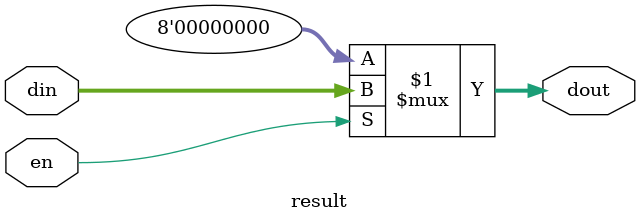
<source format=v>
module result(dout,din,en);
  input [7:0]din;
  input en;
  output [7:0]dout;
  
  assign dout=en?din:8'b0;
endmodule

</source>
